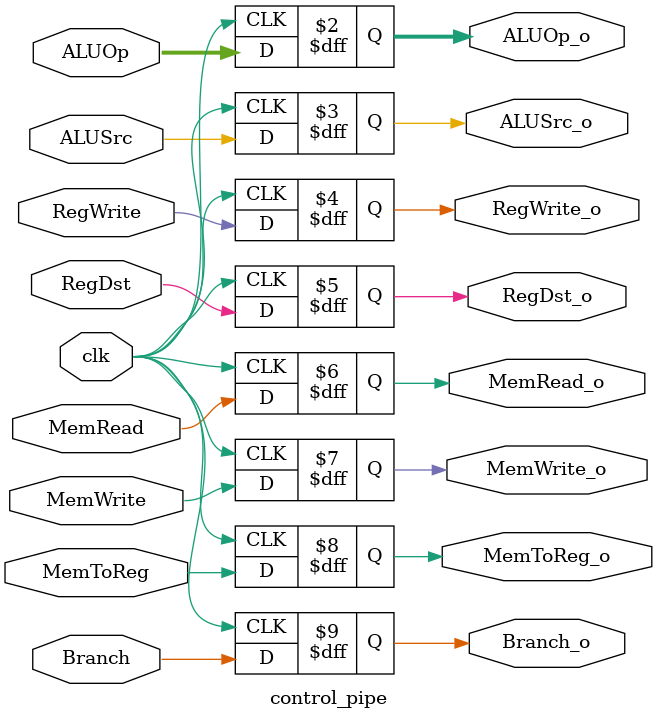
<source format=v>





module control_pipe (
	// inputs
	input wire [1:0] ALUOp,
	input wire ALUSrc,
	input wire RegWrite,
	input wire RegDst,
	input wire MemRead,
	input wire MemWrite,
	input wire MemToReg,
	input wire Branch,
	input wire clk,
	// outputs
	output reg [1:0] ALUOp_o,
	output reg ALUSrc_o,
	output reg RegWrite_o,
	output reg RegDst_o,
	output reg MemRead_o,
	output reg MemWrite_o,
	output reg MemToReg_o,
	output reg Branch_o);
	
always @(posedge clk) begin
	ALUOp_o <= ALUOp;
	ALUSrc_o <= ALUSrc;
	RegWrite_o <= RegWrite;
	RegDst_o <= RegDst;
	MemRead_o <= MemRead;
	MemWrite_o <= MemWrite;
	MemToReg_o <= MemToReg;
	Branch_o <= Branch;
end

endmodule

</source>
